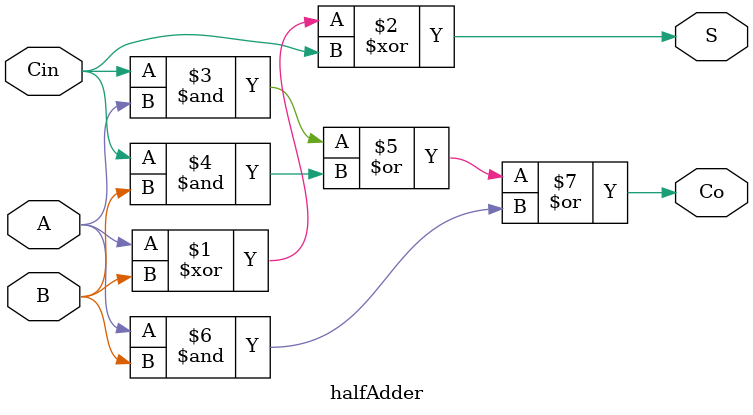
<source format=v>
`timescale 1ns / 1ps
module halfAdder(
  Cin,
  A,
  B,
  S,
  Co
  );
  input Cin;
  input A;
  input B;
  output S;
  output Co;

  assign S = A ^ B ^ Cin;
  assign Co = (Cin & A) | (Cin & B) | (A & B);
endmodule

</source>
